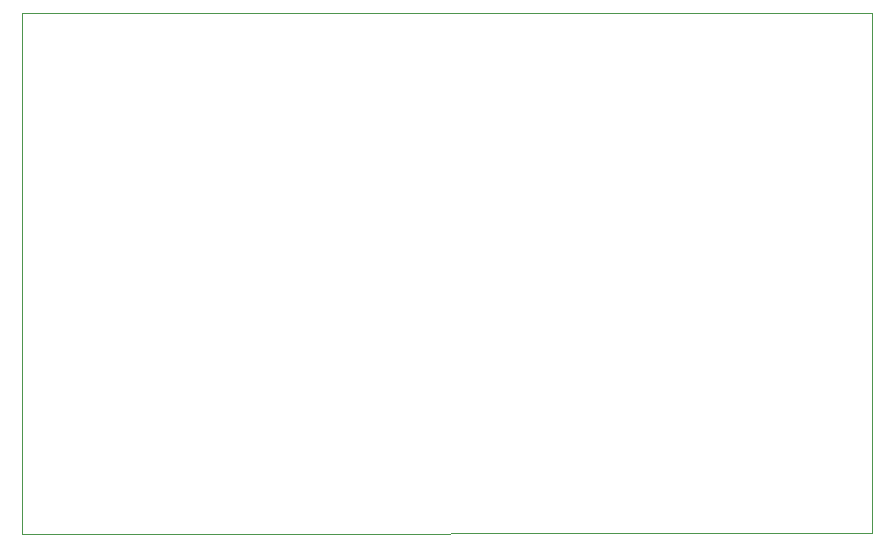
<source format=gbr>
G04 #@! TF.GenerationSoftware,KiCad,Pcbnew,(5.1.5)-3*
G04 #@! TF.CreationDate,2020-08-27T07:53:39+02:00*
G04 #@! TF.ProjectId,licznik,6c69637a-6e69-46b2-9e6b-696361645f70,rev?*
G04 #@! TF.SameCoordinates,Original*
G04 #@! TF.FileFunction,Profile,NP*
%FSLAX46Y46*%
G04 Gerber Fmt 4.6, Leading zero omitted, Abs format (unit mm)*
G04 Created by KiCad (PCBNEW (5.1.5)-3) date 2020-08-27 07:53:39*
%MOMM*%
%LPD*%
G04 APERTURE LIST*
%ADD10C,0.050000*%
G04 APERTURE END LIST*
D10*
X89650000Y-106700000D02*
X89700000Y-62650000D01*
X161650000Y-106650000D02*
X89650000Y-106700000D01*
X161650000Y-62650000D02*
X161650000Y-106650000D01*
X89700000Y-62650000D02*
X161650000Y-62650000D01*
M02*

</source>
